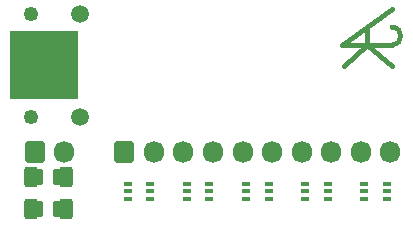
<source format=gbr>
%TF.GenerationSoftware,KiCad,Pcbnew,(6.0.2-0)*%
%TF.CreationDate,2022-02-18T13:02:07+00:00*%
%TF.ProjectId,Generic3,47656e65-7269-4633-932e-6b696361645f,1*%
%TF.SameCoordinates,Original*%
%TF.FileFunction,Soldermask,Bot*%
%TF.FilePolarity,Negative*%
%FSLAX46Y46*%
G04 Gerber Fmt 4.6, Leading zero omitted, Abs format (unit mm)*
G04 Created by KiCad (PCBNEW (6.0.2-0)) date 2022-02-18 13:02:07*
%MOMM*%
%LPD*%
G01*
G04 APERTURE LIST*
G04 Aperture macros list*
%AMRoundRect*
0 Rectangle with rounded corners*
0 $1 Rounding radius*
0 $2 $3 $4 $5 $6 $7 $8 $9 X,Y pos of 4 corners*
0 Add a 4 corners polygon primitive as box body*
4,1,4,$2,$3,$4,$5,$6,$7,$8,$9,$2,$3,0*
0 Add four circle primitives for the rounded corners*
1,1,$1+$1,$2,$3*
1,1,$1+$1,$4,$5*
1,1,$1+$1,$6,$7*
1,1,$1+$1,$8,$9*
0 Add four rect primitives between the rounded corners*
20,1,$1+$1,$2,$3,$4,$5,0*
20,1,$1+$1,$4,$5,$6,$7,0*
20,1,$1+$1,$6,$7,$8,$9,0*
20,1,$1+$1,$8,$9,$2,$3,0*%
G04 Aperture macros list end*
%ADD10C,0.450000*%
%ADD11C,1.250000*%
%ADD12C,1.500000*%
%ADD13RoundRect,0.250000X-0.600000X-0.675000X0.600000X-0.675000X0.600000X0.675000X-0.600000X0.675000X0*%
%ADD14O,1.700000X1.850000*%
%ADD15R,0.650000X0.400000*%
%ADD16RoundRect,0.247500X-0.315000X-0.627500X0.315000X-0.627500X0.315000X0.627500X-0.315000X0.627500X0*%
%ADD17RoundRect,0.256250X-0.256250X-0.443750X0.256250X-0.443750X0.256250X0.443750X-0.256250X0.443750X0*%
G04 APERTURE END LIST*
%TO.C,U4*%
G36*
X143100000Y-64700000D02*
G01*
X137300000Y-64700000D01*
X137300000Y-58900000D01*
X143100000Y-58900000D01*
X143100000Y-64700000D01*
G37*
D10*
%TO.C,Logo1*%
X167550000Y-60100000D02*
X167550000Y-58600000D01*
X167550000Y-60100000D02*
X169650000Y-61900000D01*
X165450000Y-60100000D02*
X169650000Y-57100000D01*
X165450000Y-60100000D02*
X169650000Y-60100000D01*
X165550000Y-61900000D02*
X167550000Y-60100000D01*
X169650000Y-60100000D02*
G75*
G03*
X169650000Y-58600000I0J750000D01*
G01*
%TD*%
D11*
%TO.C,J3*%
X139060000Y-57530000D03*
D12*
X143230000Y-66170000D03*
X143230000Y-57530000D03*
D11*
X139060000Y-66170000D03*
%TD*%
D13*
%TO.C,J1*%
X139400000Y-69150000D03*
D14*
X141900000Y-69150000D03*
%TD*%
D13*
%TO.C,J2*%
X147000000Y-69150000D03*
D14*
X149500000Y-69150000D03*
X152000000Y-69150000D03*
X154500000Y-69150000D03*
X157000000Y-69150000D03*
X159500000Y-69150000D03*
X162000000Y-69150000D03*
X164500000Y-69150000D03*
X167000000Y-69150000D03*
X169500000Y-69150000D03*
%TD*%
D15*
%TO.C,D4*%
X164200000Y-71850000D03*
X164200000Y-72500000D03*
X164200000Y-73150000D03*
X162300000Y-73150000D03*
X162300000Y-72500000D03*
X162300000Y-71850000D03*
%TD*%
D16*
%TO.C,JP1*%
X139087500Y-71250000D03*
D17*
X139637500Y-71250000D03*
D16*
X142012500Y-71250000D03*
D17*
X141462500Y-71250000D03*
%TD*%
D15*
%TO.C,D1*%
X149200000Y-71850000D03*
X149200000Y-72500000D03*
X149200000Y-73150000D03*
X147300000Y-73150000D03*
X147300000Y-72500000D03*
X147300000Y-71850000D03*
%TD*%
%TO.C,D3*%
X159200000Y-71850000D03*
X159200000Y-72500000D03*
X159200000Y-73150000D03*
X157300000Y-73150000D03*
X157300000Y-72500000D03*
X157300000Y-71850000D03*
%TD*%
%TO.C,D2*%
X154200000Y-71850000D03*
X154200000Y-72500000D03*
X154200000Y-73150000D03*
X152300000Y-73150000D03*
X152300000Y-72500000D03*
X152300000Y-71850000D03*
%TD*%
%TO.C,D5*%
X169200000Y-71850000D03*
X169200000Y-72500000D03*
X169200000Y-73150000D03*
X167300000Y-73150000D03*
X167300000Y-72500000D03*
X167300000Y-71850000D03*
%TD*%
D16*
%TO.C,JP2*%
X139087500Y-74025000D03*
D17*
X139637500Y-74025000D03*
D16*
X142012500Y-74025000D03*
D17*
X141462500Y-74025000D03*
%TD*%
M02*

</source>
